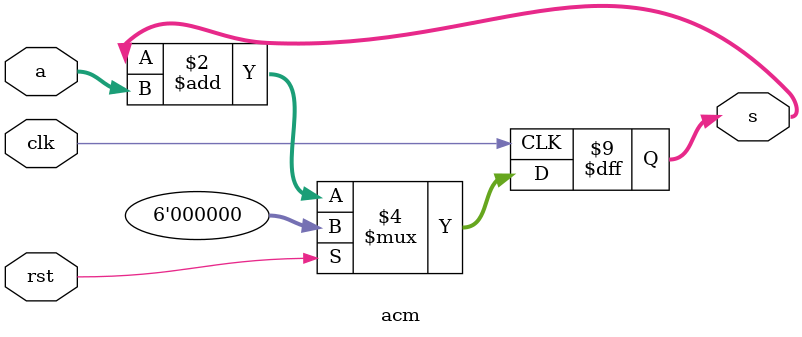
<source format=v>
`timescale 1ns / 1ps


module acm(a,clk,rst,s);
input [5:0]a;
output reg [5:0]s;
input rst;
input clk;
reg [5:0]t;
always@(posedge clk)
    begin
        if(rst)
            s=0;
        else
        begin
            t=s;
            s=t+a;
        end
    end 
endmodule





























</source>
